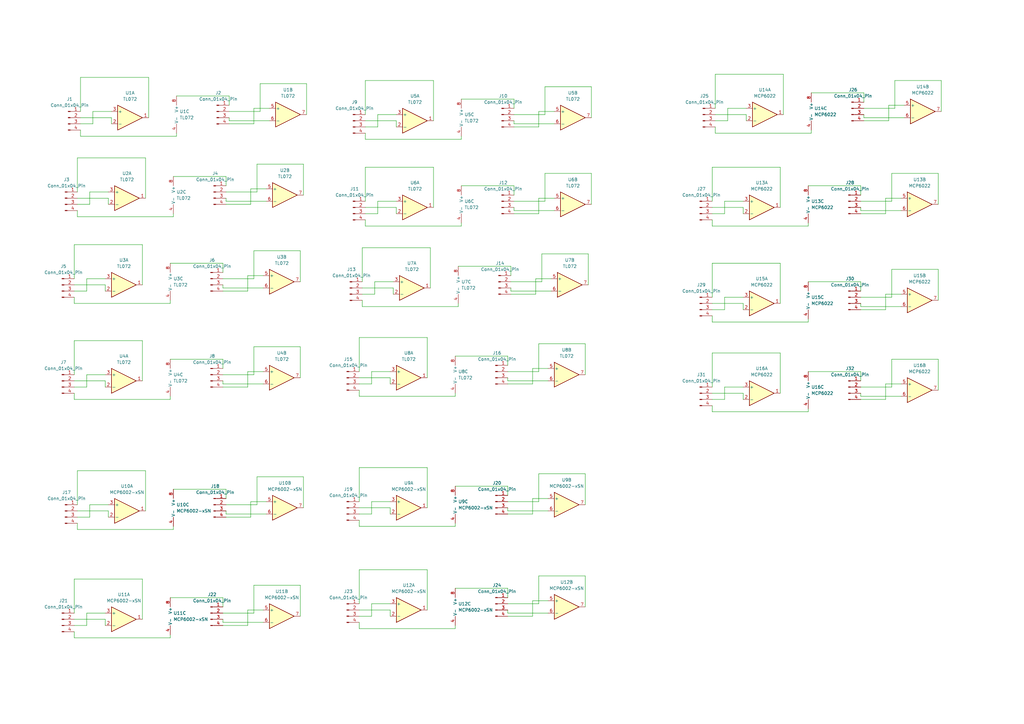
<source format=kicad_sch>
(kicad_sch (version 20231120) (generator "eeschema") (generator_version "8.0")
  (paper "A3")
  (wire (pts (xy 91.44 107.95) (xy 91.44 111.76)))
  (wire (pts (xy 160.02 250.19) (xy 147.32 250.19)))
  (wire (pts (xy 38.1 45.72) (xy 38.1 50.8)))
  (wire (pts (xy 102.87 205.74) (xy 102.87 212.09)))
  (wire (pts (xy 107.95 157.48) (xy 91.44 157.48)))
  (wire (pts (xy 30.48 139.7) (xy 30.48 153.67)))
  (wire (pts (xy 320.04 68.58) (xy 292.1 68.58)))
  (wire (pts (xy 69.85 245.11) (xy 91.44 245.11)))
  (wire (pts (xy 123.19 142.24) (xy 104.14 142.24)))
  (wire (pts (xy 148.59 101.6) (xy 148.59 115.57)))
  (wire (pts (xy 175.26 208.28) (xy 175.26 191.77)))
  (wire (pts (xy 162.56 82.55) (xy 154.94 82.55)))
  (wire (pts (xy 154.94 87.63) (xy 149.86 87.63)))
  (wire (pts (xy 208.28 156.21) (xy 208.28 154.94)))
  (wire (pts (xy 320.04 144.78) (xy 292.1 144.78)))
  (wire (pts (xy 60.96 48.26) (xy 60.96 31.75)))
  (wire (pts (xy 152.4 205.74) (xy 152.4 210.82)))
  (wire (pts (xy 102.87 83.82) (xy 92.71 83.82)))
  (wire (pts (xy 35.56 153.67) (xy 35.56 158.75)))
  (wire (pts (xy 297.18 87.63) (xy 292.1 87.63)))
  (wire (pts (xy 304.8 121.92) (xy 297.18 121.92)))
  (wire (pts (xy 363.22 163.83) (xy 353.06 163.83)))
  (wire (pts (xy 224.79 151.13) (xy 218.44 151.13)))
  (wire (pts (xy 186.69 215.9) (xy 186.69 214.63)))
  (wire (pts (xy 72.39 55.88) (xy 72.39 54.61)))
  (wire (pts (xy 304.8 127) (xy 304.8 124.46)))
  (wire (pts (xy 320.04 124.46) (xy 320.04 107.95)))
  (wire (pts (xy 320.04 85.09) (xy 320.04 68.58)))
  (wire (pts (xy 240.03 140.97) (xy 220.98 140.97)))
  (wire (pts (xy 59.69 81.28) (xy 59.69 64.77)))
  (wire (pts (xy 175.26 250.19) (xy 175.26 233.68)))
  (wire (pts (xy 331.47 168.91) (xy 292.1 168.91)))
  (wire (pts (xy 186.69 162.56) (xy 147.32 162.56)))
  (wire (pts (xy 161.29 118.11) (xy 148.59 118.11)))
  (wire (pts (xy 59.69 209.55) (xy 59.69 193.04)))
  (wire (pts (xy 189.23 92.71) (xy 149.86 92.71)))
  (wire (pts (xy 227.33 50.8) (xy 210.82 50.8)))
  (wire (pts (xy 69.85 124.46) (xy 69.85 123.19)))
  (wire (pts (xy 304.8 158.75) (xy 297.18 158.75)))
  (wire (pts (xy 30.48 161.29) (xy 30.48 163.83)))
  (wire (pts (xy 162.56 52.07) (xy 162.56 49.53)))
  (wire (pts (xy 149.86 90.17) (xy 149.86 92.71)))
  (wire (pts (xy 69.85 261.62) (xy 30.48 261.62)))
  (wire (pts (xy 208.28 241.3) (xy 208.28 245.11)))
  (wire (pts (xy 220.98 247.65) (xy 208.28 247.65)))
  (wire (pts (xy 69.85 107.95) (xy 91.44 107.95)))
  (wire (pts (xy 92.71 210.82) (xy 92.71 209.55)))
  (wire (pts (xy 93.98 49.53) (xy 93.98 48.26)))
  (wire (pts (xy 384.81 83.82) (xy 384.81 71.12)))
  (wire (pts (xy 160.02 157.48) (xy 160.02 154.94)))
  (wire (pts (xy 104.14 114.3) (xy 91.44 114.3)))
  (wire (pts (xy 297.18 127) (xy 292.1 127)))
  (wire (pts (xy 92.71 200.66) (xy 92.71 204.47)))
  (wire (pts (xy 44.45 83.82) (xy 44.45 81.28)))
  (wire (pts (xy 123.19 154.94) (xy 123.19 142.24)))
  (wire (pts (xy 240.03 194.31) (xy 220.98 194.31)))
  (wire (pts (xy 43.18 254) (xy 30.48 254)))
  (wire (pts (xy 353.06 86.36) (xy 353.06 85.09)))
  (wire (pts (xy 147.32 213.36) (xy 147.32 215.9)))
  (wire (pts (xy 354.33 38.1) (xy 354.33 41.91)))
  (wire (pts (xy 304.8 87.63) (xy 304.8 85.09)))
  (wire (pts (xy 189.23 76.2) (xy 210.82 76.2)))
  (wire (pts (xy 125.73 34.29) (xy 106.68 34.29)))
  (wire (pts (xy 306.07 44.45) (xy 298.45 44.45)))
  (wire (pts (xy 104.14 50.8) (xy 93.98 50.8)))
  (wire (pts (xy 69.85 163.83) (xy 69.85 162.56)))
  (wire (pts (xy 187.96 125.73) (xy 148.59 125.73)))
  (wire (pts (xy 304.8 82.55) (xy 297.18 82.55)))
  (wire (pts (xy 208.28 146.05) (xy 208.28 149.86)))
  (wire (pts (xy 124.46 67.31) (xy 105.41 67.31)))
  (wire (pts (xy 162.56 87.63) (xy 162.56 85.09)))
  (wire (pts (xy 367.03 33.02) (xy 367.03 44.45)))
  (wire (pts (xy 320.04 161.29) (xy 320.04 144.78)))
  (wire (pts (xy 160.02 205.74) (xy 152.4 205.74)))
  (wire (pts (xy 365.76 147.32) (xy 365.76 158.75)))
  (wire (pts (xy 109.22 210.82) (xy 92.71 210.82)))
  (wire (pts (xy 353.06 125.73) (xy 353.06 124.46)))
  (wire (pts (xy 220.98 205.74) (xy 208.28 205.74)))
  (wire (pts (xy 147.32 233.68) (xy 147.32 247.65)))
  (wire (pts (xy 363.22 120.65) (xy 363.22 127)))
  (wire (pts (xy 91.44 157.48) (xy 91.44 156.21)))
  (wire (pts (xy 71.12 88.9) (xy 31.75 88.9)))
  (wire (pts (xy 365.76 121.92) (xy 353.06 121.92)))
  (wire (pts (xy 105.41 195.58) (xy 105.41 207.01)))
  (wire (pts (xy 58.42 156.21) (xy 58.42 139.7)))
  (wire (pts (xy 36.83 212.09) (xy 31.75 212.09)))
  (wire (pts (xy 331.47 168.91) (xy 331.47 167.64)))
  (wire (pts (xy 304.8 163.83) (xy 304.8 161.29)))
  (wire (pts (xy 186.69 257.81) (xy 186.69 256.54)))
  (wire (pts (xy 31.75 193.04) (xy 31.75 207.01)))
  (wire (pts (xy 105.41 67.31) (xy 105.41 78.74)))
  (wire (pts (xy 105.41 207.01) (xy 92.71 207.01)))
  (wire (pts (xy 162.56 85.09) (xy 149.86 85.09)))
  (wire (pts (xy 331.47 92.71) (xy 331.47 91.44)))
  (wire (pts (xy 105.41 78.74) (xy 92.71 78.74)))
  (wire (pts (xy 293.37 52.07) (xy 293.37 54.61)))
  (wire (pts (xy 220.98 45.72) (xy 220.98 52.07)))
  (wire (pts (xy 189.23 57.15) (xy 189.23 55.88)))
  (wire (pts (xy 154.94 52.07) (xy 149.86 52.07)))
  (wire (pts (xy 44.45 209.55) (xy 31.75 209.55)))
  (wire (pts (xy 331.47 115.57) (xy 353.06 115.57)))
  (wire (pts (xy 72.39 39.37) (xy 93.98 39.37)))
  (wire (pts (xy 43.18 158.75) (xy 43.18 156.21)))
  (wire (pts (xy 123.19 115.57) (xy 123.19 102.87)))
  (wire (pts (xy 219.71 114.3) (xy 219.71 120.65)))
  (wire (pts (xy 30.48 237.49) (xy 30.48 251.46)))
  (wire (pts (xy 44.45 207.01) (xy 36.83 207.01)))
  (wire (pts (xy 384.81 71.12) (xy 365.76 71.12)))
  (wire (pts (xy 69.85 147.32) (xy 91.44 147.32)))
  (wire (pts (xy 189.23 92.71) (xy 189.23 91.44)))
  (wire (pts (xy 175.26 191.77) (xy 147.32 191.77)))
  (wire (pts (xy 110.49 44.45) (xy 104.14 44.45)))
  (wire (pts (xy 369.57 120.65) (xy 363.22 120.65)))
  (wire (pts (xy 189.23 57.15) (xy 149.86 57.15)))
  (wire (pts (xy 242.57 71.12) (xy 223.52 71.12)))
  (wire (pts (xy 321.31 30.48) (xy 293.37 30.48)))
  (wire (pts (xy 331.47 92.71) (xy 292.1 92.71)))
  (wire (pts (xy 293.37 30.48) (xy 293.37 44.45)))
  (wire (pts (xy 363.22 127) (xy 353.06 127)))
  (wire (pts (xy 36.83 78.74) (xy 36.83 83.82)))
  (wire (pts (xy 160.02 247.65) (xy 152.4 247.65)))
  (wire (pts (xy 147.32 160.02) (xy 147.32 162.56)))
  (wire (pts (xy 101.6 119.38) (xy 91.44 119.38)))
  (wire (pts (xy 69.85 124.46) (xy 30.48 124.46)))
  (wire (pts (xy 125.73 46.99) (xy 125.73 34.29)))
  (wire (pts (xy 104.14 142.24) (xy 104.14 153.67)))
  (wire (pts (xy 297.18 163.83) (xy 292.1 163.83)))
  (wire (pts (xy 220.98 81.28) (xy 220.98 87.63)))
  (wire (pts (xy 147.32 138.43) (xy 147.32 152.4)))
  (wire (pts (xy 304.8 85.09) (xy 292.1 85.09)))
  (wire (pts (xy 109.22 205.74) (xy 102.87 205.74)))
  (wire (pts (xy 161.29 115.57) (xy 153.67 115.57)))
  (wire (pts (xy 59.69 64.77) (xy 31.75 64.77)))
  (wire (pts (xy 104.14 153.67) (xy 91.44 153.67)))
  (wire (pts (xy 152.4 252.73) (xy 147.32 252.73)))
  (wire (pts (xy 160.02 210.82) (xy 160.02 208.28)))
  (wire (pts (xy 297.18 82.55) (xy 297.18 87.63)))
  (wire (pts (xy 210.82 40.64) (xy 210.82 44.45)))
  (wire (pts (xy 187.96 125.73) (xy 187.96 124.46)))
  (wire (pts (xy 110.49 49.53) (xy 93.98 49.53)))
  (wire (pts (xy 292.1 129.54) (xy 292.1 132.08)))
  (wire (pts (xy 69.85 163.83) (xy 30.48 163.83)))
  (wire (pts (xy 43.18 256.54) (xy 43.18 254)))
  (wire (pts (xy 332.74 54.61) (xy 293.37 54.61)))
  (wire (pts (xy 123.19 240.03) (xy 104.14 240.03)))
  (wire (pts (xy 33.02 53.34) (xy 33.02 55.88)))
  (wire (pts (xy 92.71 82.55) (xy 92.71 81.28)))
  (wire (pts (xy 71.12 217.17) (xy 71.12 215.9)))
  (wire (pts (xy 384.81 147.32) (xy 365.76 147.32)))
  (wire (pts (xy 365.76 158.75) (xy 353.06 158.75)))
  (wire (pts (xy 30.48 259.08) (xy 30.48 261.62)))
  (wire (pts (xy 218.44 252.73) (xy 208.28 252.73)))
  (wire (pts (xy 240.03 236.22) (xy 220.98 236.22)))
  (wire (pts (xy 292.1 90.17) (xy 292.1 92.71)))
  (wire (pts (xy 91.44 147.32) (xy 91.44 151.13)))
  (wire (pts (xy 223.52 46.99) (xy 210.82 46.99)))
  (wire (pts (xy 363.22 81.28) (xy 363.22 87.63)))
  (wire (pts (xy 44.45 212.09) (xy 44.45 209.55)))
  (wire (pts (xy 224.79 251.46) (xy 208.28 251.46)))
  (wire (pts (xy 149.86 68.58) (xy 149.86 82.55)))
  (wire (pts (xy 364.49 49.53) (xy 354.33 49.53)))
  (wire (pts (xy 223.52 35.56) (xy 223.52 46.99)))
  (wire (pts (xy 152.4 247.65) (xy 152.4 252.73)))
  (wire (pts (xy 152.4 210.82) (xy 147.32 210.82)))
  (wire (pts (xy 384.81 110.49) (xy 365.76 110.49)))
  (wire (pts (xy 43.18 116.84) (xy 30.48 116.84)))
  (wire (pts (xy 369.57 157.48) (xy 363.22 157.48)))
  (wire (pts (xy 365.76 71.12) (xy 365.76 82.55)))
  (wire (pts (xy 153.67 120.65) (xy 148.59 120.65)))
  (wire (pts (xy 160.02 154.94) (xy 147.32 154.94)))
  (wire (pts (xy 240.03 207.01) (xy 240.03 194.31)))
  (wire (pts (xy 210.82 76.2) (xy 210.82 80.01)))
  (wire (pts (xy 369.57 162.56) (xy 353.06 162.56)))
  (wire (pts (xy 227.33 81.28) (xy 220.98 81.28)))
  (wire (pts (xy 107.95 255.27) (xy 91.44 255.27)))
  (wire (pts (xy 123.19 252.73) (xy 123.19 240.03)))
  (wire (pts (xy 35.56 256.54) (xy 30.48 256.54)))
  (wire (pts (xy 386.08 45.72) (xy 386.08 33.02)))
  (wire (pts (xy 102.87 212.09) (xy 92.71 212.09)))
  (wire (pts (xy 30.48 100.33) (xy 30.48 114.3)))
  (wire (pts (xy 240.03 153.67) (xy 240.03 140.97)))
  (wire (pts (xy 35.56 251.46) (xy 35.56 256.54)))
  (wire (pts (xy 93.98 39.37) (xy 93.98 43.18)))
  (wire (pts (xy 224.79 209.55) (xy 208.28 209.55)))
  (wire (pts (xy 162.56 49.53) (xy 149.86 49.53)))
  (wire (pts (xy 31.75 64.77) (xy 31.75 78.74)))
  (wire (pts (xy 91.44 118.11) (xy 91.44 116.84)))
  (wire (pts (xy 33.02 31.75) (xy 33.02 45.72)))
  (wire (pts (xy 91.44 255.27) (xy 91.44 254)))
  (wire (pts (xy 332.74 54.61) (xy 332.74 53.34)))
  (wire (pts (xy 58.42 139.7) (xy 30.48 139.7)))
  (wire (pts (xy 109.22 77.47) (xy 102.87 77.47)))
  (wire (pts (xy 223.52 82.55) (xy 210.82 82.55)))
  (wire (pts (xy 369.57 125.73) (xy 353.06 125.73)))
  (wire (pts (xy 162.56 46.99) (xy 154.94 46.99)))
  (wire (pts (xy 224.79 246.38) (xy 218.44 246.38)))
  (wire (pts (xy 226.06 119.38) (xy 209.55 119.38)))
  (wire (pts (xy 153.67 115.57) (xy 153.67 120.65)))
  (wire (pts (xy 222.25 104.14) (xy 222.25 115.57)))
  (wire (pts (xy 297.18 158.75) (xy 297.18 163.83)))
  (wire (pts (xy 160.02 208.28) (xy 147.32 208.28)))
  (wire (pts (xy 177.8 33.02) (xy 149.86 33.02)))
  (wire (pts (xy 43.18 153.67) (xy 35.56 153.67)))
  (wire (pts (xy 298.45 49.53) (xy 293.37 49.53)))
  (wire (pts (xy 104.14 251.46) (xy 91.44 251.46)))
  (wire (pts (xy 364.49 43.18) (xy 364.49 49.53)))
  (wire (pts (xy 208.28 209.55) (xy 208.28 208.28)))
  (wire (pts (xy 331.47 152.4) (xy 353.06 152.4)))
  (wire (pts (xy 31.75 214.63) (xy 31.75 217.17)))
  (wire (pts (xy 208.28 199.39) (xy 208.28 203.2)))
  (wire (pts (xy 222.25 115.57) (xy 209.55 115.57)))
  (wire (pts (xy 218.44 246.38) (xy 218.44 252.73)))
  (wire (pts (xy 297.18 121.92) (xy 297.18 127)))
  (wire (pts (xy 101.6 152.4) (xy 101.6 158.75)))
  (wire (pts (xy 331.47 76.2) (xy 353.06 76.2)))
  (wire (pts (xy 101.6 256.54) (xy 91.44 256.54)))
  (wire (pts (xy 149.86 54.61) (xy 149.86 57.15)))
  (wire (pts (xy 218.44 157.48) (xy 208.28 157.48)))
  (wire (pts (xy 152.4 157.48) (xy 147.32 157.48)))
  (wire (pts (xy 370.84 43.18) (xy 364.49 43.18)))
  (wire (pts (xy 209.55 109.22) (xy 209.55 113.03)))
  (wire (pts (xy 384.81 160.02) (xy 384.81 147.32)))
  (wire (pts (xy 104.14 240.03) (xy 104.14 251.46)))
  (wire (pts (xy 43.18 251.46) (xy 35.56 251.46)))
  (wire (pts (xy 386.08 33.02) (xy 367.03 33.02)))
  (wire (pts (xy 58.42 100.33) (xy 30.48 100.33)))
  (wire (pts (xy 147.32 255.27) (xy 147.32 257.81)))
  (wire (pts (xy 332.74 38.1) (xy 354.33 38.1)))
  (wire (pts (xy 353.06 162.56) (xy 353.06 161.29)))
  (wire (pts (xy 149.86 33.02) (xy 149.86 46.99)))
  (wire (pts (xy 44.45 78.74) (xy 36.83 78.74)))
  (wire (pts (xy 154.94 46.99) (xy 154.94 52.07)))
  (wire (pts (xy 45.72 48.26) (xy 33.02 48.26)))
  (wire (pts (xy 353.06 152.4) (xy 353.06 156.21)))
  (wire (pts (xy 241.3 116.84) (xy 241.3 104.14)))
  (wire (pts (xy 124.46 195.58) (xy 105.41 195.58)))
  (wire (pts (xy 154.94 82.55) (xy 154.94 87.63)))
  (wire (pts (xy 101.6 113.03) (xy 101.6 119.38)))
  (wire (pts (xy 124.46 208.28) (xy 124.46 195.58)))
  (wire (pts (xy 220.98 140.97) (xy 220.98 152.4)))
  (wire (pts (xy 124.46 80.01) (xy 124.46 67.31)))
  (wire (pts (xy 107.95 118.11) (xy 91.44 118.11)))
  (wire (pts (xy 186.69 241.3) (xy 208.28 241.3)))
  (wire (pts (xy 306.07 49.53) (xy 306.07 46.99)))
  (wire (pts (xy 242.57 35.56) (xy 223.52 35.56)))
  (wire (pts (xy 101.6 158.75) (xy 91.44 158.75)))
  (wire (pts (xy 175.26 233.68) (xy 147.32 233.68)))
  (wire (pts (xy 242.57 83.82) (xy 242.57 71.12)))
  (wire (pts (xy 210.82 50.8) (xy 210.82 49.53)))
  (wire (pts (xy 106.68 34.29) (xy 106.68 45.72)))
  (wire (pts (xy 304.8 124.46) (xy 292.1 124.46)))
  (wire (pts (xy 92.71 72.39) (xy 92.71 76.2)))
  (wire (pts (xy 384.81 123.19) (xy 384.81 110.49)))
  (wire (pts (xy 210.82 86.36) (xy 210.82 85.09)))
  (wire (pts (xy 176.53 101.6) (xy 148.59 101.6)))
  (wire (pts (xy 43.18 119.38) (xy 43.18 116.84)))
  (wire (pts (xy 31.75 86.36) (xy 31.75 88.9)))
  (wire (pts (xy 242.57 48.26) (xy 242.57 35.56)))
  (wire (pts (xy 186.69 215.9) (xy 147.32 215.9)))
  (wire (pts (xy 363.22 157.48) (xy 363.22 163.83)))
  (wire (pts (xy 69.85 261.62) (xy 69.85 260.35)))
  (wire (pts (xy 104.14 102.87) (xy 104.14 114.3)))
  (wire (pts (xy 292.1 166.37) (xy 292.1 168.91)))
  (wire (pts (xy 292.1 144.78) (xy 292.1 158.75)))
  (wire (pts (xy 58.42 116.84) (xy 58.42 100.33)))
  (wire (pts (xy 177.8 49.53) (xy 177.8 33.02)))
  (wire (pts (xy 363.22 87.63) (xy 353.06 87.63)))
  (wire (pts (xy 186.69 146.05) (xy 208.28 146.05)))
  (wire (pts (xy 306.07 46.99) (xy 293.37 46.99)))
  (wire (pts (xy 35.56 119.38) (xy 30.48 119.38)))
  (wire (pts (xy 44.45 81.28) (xy 31.75 81.28)))
  (wire (pts (xy 240.03 248.92) (xy 240.03 236.22)))
  (wire (pts (xy 219.71 120.65) (xy 209.55 120.65)))
  (wire (pts (xy 148.59 123.19) (xy 148.59 125.73)))
  (wire (pts (xy 43.18 114.3) (xy 35.56 114.3)))
  (wire (pts (xy 101.6 250.19) (xy 101.6 256.54)))
  (wire (pts (xy 107.95 152.4) (xy 101.6 152.4)))
  (wire (pts (xy 331.47 132.08) (xy 331.47 130.81)))
  (wire (pts (xy 370.84 48.26) (xy 354.33 48.26)))
  (wire (pts (xy 241.3 104.14) (xy 222.25 104.14)))
  (wire (pts (xy 189.23 40.64) (xy 210.82 40.64)))
  (wire (pts (xy 227.33 45.72) (xy 220.98 45.72)))
  (wire (pts (xy 186.69 199.39) (xy 208.28 199.39)))
  (wire (pts (xy 175.26 154.94) (xy 175.26 138.43)))
  (wire (pts (xy 36.83 83.82) (xy 31.75 83.82)))
  (wire (pts (xy 107.95 113.03) (xy 101.6 113.03)))
  (wire (pts (xy 109.22 82.55) (xy 92.71 82.55)))
  (wire (pts (xy 227.33 86.36) (xy 210.82 86.36)))
  (wire (pts (xy 218.44 204.47) (xy 218.44 210.82)))
  (wire (pts (xy 59.69 193.04) (xy 31.75 193.04)))
  (wire (pts (xy 367.03 44.45) (xy 354.33 44.45)))
  (wire (pts (xy 353.06 76.2) (xy 353.06 80.01)))
  (wire (pts (xy 223.52 71.12) (xy 223.52 82.55)))
  (wire (pts (xy 160.02 152.4) (xy 152.4 152.4)))
  (wire (pts (xy 71.12 72.39) (xy 92.71 72.39)))
  (wire (pts (xy 369.57 81.28) (xy 363.22 81.28)))
  (wire (pts (xy 331.47 132.08) (xy 292.1 132.08)))
  (wire (pts (xy 102.87 77.47) (xy 102.87 83.82)))
  (wire (pts (xy 220.98 152.4) (xy 208.28 152.4)))
  (wire (pts (xy 43.18 156.21) (xy 30.48 156.21)))
  (wire (pts (xy 354.33 48.26) (xy 354.33 46.99)))
  (wire (pts (xy 104.14 44.45) (xy 104.14 50.8)))
  (wire (pts (xy 35.56 158.75) (xy 30.48 158.75)))
  (wire (pts (xy 218.44 151.13) (xy 218.44 157.48)))
  (wire (pts (xy 72.39 55.88) (xy 33.02 55.88)))
  (wire (pts (xy 186.69 257.81) (xy 147.32 257.81)))
  (wire (pts (xy 161.29 120.65) (xy 161.29 118.11)))
  (wire (pts (xy 123.19 102.87) (xy 104.14 102.87)))
  (wire (pts (xy 107.95 250.19) (xy 101.6 250.19)))
  (wire (pts (xy 177.8 68.58) (xy 149.86 68.58)))
  (wire (pts (xy 226.06 114.3) (xy 219.71 114.3)))
  (wire (pts (xy 187.96 109.22) (xy 209.55 109.22)))
  (wire (pts (xy 369.57 86.36) (xy 353.06 86.36)))
  (wire (pts (xy 58.42 237.49) (xy 30.48 237.49)))
  (wire (pts (xy 152.4 152.4) (xy 152.4 157.48)))
  (wire (pts (xy 91.44 245.11) (xy 91.44 248.92)))
  (wire (pts (xy 224.79 204.47) (xy 218.44 204.47)))
  (wire (pts (xy 224.79 156.21) (xy 208.28 156.21)))
  (wire (pts (xy 71.12 217.17) (xy 31.75 217.17)))
  (wire (pts (xy 160.02 252.73) (xy 160.02 250.19)))
  (wire (pts (xy 186.69 162.56) (xy 186.69 161.29)))
  (wire (pts (xy 36.83 207.01) (xy 36.83 212.09)))
  (wire (pts (xy 365.76 82.55) (xy 353.06 82.55)))
  (wire (pts (xy 209.55 119.38) (xy 209.55 118.11)))
  (wire (pts (xy 147.32 191.77) (xy 147.32 205.74)))
  (wire (pts (xy 58.42 254) (xy 58.42 237.49)))
  (wire (pts (xy 45.72 45.72) (xy 38.1 45.72)))
  (wire (pts (xy 304.8 161.29) (xy 292.1 161.29)))
  (wire (pts (xy 71.12 88.9) (xy 71.12 87.63)))
  (wire (pts (xy 71.12 200.66) (xy 92.71 200.66)))
  (wire (pts (xy 320.04 107.95) (xy 292.1 107.95)))
  (wire (pts (xy 176.53 118.11) (xy 176.53 101.6)))
  (wire (pts (xy 353.06 115.57) (xy 353.06 119.38)))
  (wire (pts (xy 298.45 44.45) (xy 298.45 49.53)))
  (wire (pts (xy 30.48 121.92) (xy 30.48 124.46)))
  (wire (pts (xy 365.76 110.49) (xy 365.76 121.92)))
  (wire (pts (xy 177.8 85.09) (xy 177.8 68.58)))
  (wire (pts (xy 220.98 194.31) (xy 220.98 205.74)))
  (wire (pts (xy 220.98 87.63) (xy 210.82 87.63)))
  (wire (pts (xy 220.98 236.22) (xy 220.98 247.65)))
  (wire (pts (xy 218.44 210.82) (xy 208.28 210.82)))
  (wire (pts (xy 175.26 138.43) (xy 147.32 138.43)))
  (wire (pts (xy 45.72 50.8) (xy 45.72 48.26)))
  (wire (pts (xy 106.68 45.72) (xy 93.98 45.72)))
  (wire (pts (xy 60.96 31.75) (xy 33.02 31.75)))
  (wire (pts (xy 292.1 68.58) (xy 292.1 82.55)))
  (wire (pts (xy 35.56 114.3) (xy 35.56 119.38)))
  (wire (pts (xy 220.98 52.07) (xy 210.82 52.07)))
  (wire (pts (xy 321.31 46.99) (xy 321.31 30.48)))
  (wire (pts (xy 292.1 107.95) (xy 292.1 121.92)))
  (wire (pts (xy 38.1 50.8) (xy 33.02 50.8)))
  (wire (pts (xy 208.28 251.46) (xy 208.28 250.19)))
  (symbol (lib_id "Amplifier_Operational:TL072") (at 191.77 48.26 0) (unit 3)
    (property "Reference" "U5" (at 190.5 46.9899 0) (effects (justify left)))
    (property "Value" "TL072" (at 190.5 49.5299 0) (effects (justify left)))
    (property "Footprint" "Package_SO:SOIC-8-1EP_3.9x4.9mm_P1.27mm_EP2.29x3mm" (effects (hide yes)))
    (property "Datasheet" "http://www.ti.com/lit/ds/symlink/tl071.pdf" (effects (hide yes)))
    (property "Description" "Dual Low-Noise JFET-Input Operational Amplifiers, DIP-8/SOIC-8" (effects (hide yes)))
  )
  (symbol (lib_id "Amplifier_Operational:TL072") (at 233.68 116.84 0) (unit 2)
    (property "Reference" "U7" (at 233.68 106.68 0))
    (property "Value" "TL072" (at 233.68 109.22 0))
    (property "Footprint" "Package_SO:SOIC-8-1EP_3.9x4.9mm_P1.27mm_EP2.29x3mm" (effects (hide yes)))
    (property "Datasheet" "http://www.ti.com/lit/ds/symlink/tl071.pdf" (effects (hide yes)))
    (property "Description" "Dual Low-Noise JFET-Input Operational Amplifiers, DIP-8/SOIC-8" (effects (hide yes)))
  )
  (symbol (lib_id "Connector:Conn_01x04_Pin") (at 87.63 207.01 0) (unit 1)
    (property "Reference" "J18" (at 88.265 199.39 0))
    (property "Value" "Conn_01x04_Pin" (at 88.265 201.93 0))
    (property "Footprint" "Connector_PinHeader_2.54mm:PinHeader_1x04_P2.54mm_Vertical" (effects (hide yes)))
    (property "Description" "Generic connector, single row, 01x04, script generated" (effects (hide yes)))
  )
  (symbol (lib_id "Amplifier_Operational:MCP6022") (at 334.01 83.82 0) (unit 3)
    (property "Reference" "U13" (at 332.74 82.5499 0) (effects (justify left)))
    (property "Value" "MCP6022" (at 332.74 85.0899 0) (effects (justify left)))
    (property "Footprint" "Package_SO:SOIC-8-1EP_3.9x4.9mm_P1.27mm_EP2.29x3mm" (effects (hide yes)))
    (property "Datasheet" "http://ww1.microchip.com/downloads/en/devicedoc/20001685e.pdf" (effects (hide yes)))
    (property "Description" "Dual Operational Amplifiers, Rail-to-Rail Input/Output, DIP-8/SOIC-8/TSSOP-8" (effects (hide yes)))
  )
  (symbol (lib_id "Connector:Conn_01x04_Pin") (at 287.02 85.09 0) (unit 1)
    (property "Reference" "J27" (at 287.655 77.47 0))
    (property "Value" "Conn_01x04_Pin" (at 287.655 80.01 0))
    (property "Footprint" "Connector_PinHeader_2.54mm:PinHeader_1x04_P2.54mm_Vertical" (effects (hide yes)))
    (property "Description" "Generic connector, single row, 01x04, script generated" (effects (hide yes)))
  )
  (symbol (lib_id "Amplifier_Operational:TL072") (at 191.77 83.82 0) (unit 3)
    (property "Reference" "U6" (at 190.5 82.5499 0) (effects (justify left)))
    (property "Value" "TL072" (at 190.5 85.0899 0) (effects (justify left)))
    (property "Footprint" "Package_SO:SOIC-8-1EP_3.9x4.9mm_P1.27mm_EP2.29x3mm" (effects (hide yes)))
    (property "Datasheet" "http://www.ti.com/lit/ds/symlink/tl071.pdf" (effects (hide yes)))
    (property "Description" "Dual Low-Noise JFET-Input Operational Amplifiers, DIP-8/SOIC-8" (effects (hide yes)))
  )
  (symbol (lib_id "Amplifier_Operational:TL072") (at 168.91 118.11 0) (unit 1)
    (property "Reference" "U7" (at 168.91 107.95 0))
    (property "Value" "TL072" (at 168.91 110.49 0))
    (property "Footprint" "Package_SO:SOIC-8-1EP_3.9x4.9mm_P1.27mm_EP2.29x3mm" (effects (hide yes)))
    (property "Datasheet" "http://www.ti.com/lit/ds/symlink/tl071.pdf" (effects (hide yes)))
    (property "Description" "Dual Low-Noise JFET-Input Operational Amplifiers, DIP-8/SOIC-8" (effects (hide yes)))
  )
  (symbol (lib_id "Amplifier_Operational:MCP6022") (at 312.42 124.46 0) (unit 1)
    (property "Reference" "U15" (at 312.42 114.3 0))
    (property "Value" "MCP6022" (at 312.42 116.84 0))
    (property "Footprint" "Package_SO:SOIC-8-1EP_3.9x4.9mm_P1.27mm_EP2.29x3mm" (effects (hide yes)))
    (property "Datasheet" "http://ww1.microchip.com/downloads/en/devicedoc/20001685e.pdf" (effects (hide yes)))
    (property "Description" "Dual Operational Amplifiers, Rail-to-Rail Input/Output, DIP-8/SOIC-8/TSSOP-8" (effects (hide yes)))
  )
  (symbol (lib_id "Connector:Conn_01x04_Pin") (at 144.78 85.09 0) (unit 1)
    (property "Reference" "J11" (at 145.415 77.47 0))
    (property "Value" "Conn_01x04_Pin" (at 145.415 80.01 0))
    (property "Footprint" "Connector_PinHeader_2.54mm:PinHeader_1x04_P2.54mm_Vertical" (effects (hide yes)))
    (property "Description" "Generic connector, single row, 01x04, script generated" (effects (hide yes)))
  )
  (symbol (lib_id "Amplifier_Operational:MCP6002-xSN") (at 72.39 252.73 0) (unit 3)
    (property "Reference" "U11" (at 71.12 251.4599 0) (effects (justify left)))
    (property "Value" "MCP6002-xSN" (at 71.12 253.9999 0) (effects (justify left)))
    (property "Footprint" "Package_SO:SOIC-8-1EP_3.9x4.9mm_P1.27mm_EP2.29x3mm" (effects (hide yes)))
    (property "Datasheet" "http://ww1.microchip.com/downloads/en/DeviceDoc/21733j.pdf" (effects (hide yes)))
    (property "Description" "1MHz, Low-Power Op Amp, SOIC-8" (effects (hide yes)))
  )
  (symbol (lib_id "Connector:Conn_01x04_Pin") (at 27.94 48.26 0) (unit 1)
    (property "Reference" "J1" (at 28.575 40.64 0))
    (property "Value" "Conn_01x04_Pin" (at 28.575 43.18 0))
    (property "Footprint" "Connector_PinHeader_2.54mm:PinHeader_1x04_P2.54mm_Vertical" (effects (hide yes)))
    (property "Description" "Generic connector, single row, 01x04, script generated" (effects (hide yes)))
  )
  (symbol (lib_id "Connector:Conn_01x04_Pin") (at 26.67 81.28 0) (unit 1)
    (property "Reference" "J3" (at 27.305 73.66 0))
    (property "Value" "Conn_01x04_Pin" (at 27.305 76.2 0))
    (property "Footprint" "Connector_PinHeader_2.54mm:PinHeader_1x04_P2.54mm_Vertical" (effects (hide yes)))
    (property "Description" "Generic connector, single row, 01x04, script generated" (effects (hide yes)))
  )
  (symbol (lib_id "Amplifier_Operational:MCP6002-xSN") (at 232.41 207.01 0) (unit 2)
    (property "Reference" "U9" (at 232.41 196.85 0))
    (property "Value" "MCP6002-xSN" (at 232.41 199.39 0))
    (property "Footprint" "Package_SO:SOIC-8-1EP_3.9x4.9mm_P1.27mm_EP2.29x3mm" (effects (hide yes)))
    (property "Datasheet" "http://ww1.microchip.com/downloads/en/DeviceDoc/21733j.pdf" (effects (hide yes)))
    (property "Description" "1MHz, Low-Power Op Amp, SOIC-8" (effects (hide yes)))
  )
  (symbol (lib_id "Amplifier_Operational:MCP6022") (at 377.19 160.02 0) (unit 2)
    (property "Reference" "U16" (at 377.19 149.86 0))
    (property "Value" "MCP6022" (at 377.19 152.4 0))
    (property "Footprint" "Package_SO:SOIC-8-1EP_3.9x4.9mm_P1.27mm_EP2.29x3mm" (effects (hide yes)))
    (property "Datasheet" "http://ww1.microchip.com/downloads/en/devicedoc/20001685e.pdf" (effects (hide yes)))
    (property "Description" "Dual Operational Amplifiers, Rail-to-Rail Input/Output, DIP-8/SOIC-8/TSSOP-8" (effects (hide yes)))
  )
  (symbol (lib_id "Amplifier_Operational:MCP6002-xSN") (at 167.64 250.19 0) (unit 1)
    (property "Reference" "U12" (at 167.64 240.03 0))
    (property "Value" "MCP6002-xSN" (at 167.64 242.57 0))
    (property "Footprint" "Package_SO:SOIC-8-1EP_3.9x4.9mm_P1.27mm_EP2.29x3mm" (effects (hide yes)))
    (property "Datasheet" "http://ww1.microchip.com/downloads/en/DeviceDoc/21733j.pdf" (effects (hide yes)))
    (property "Description" "1MHz, Low-Power Op Amp, SOIC-8" (effects (hide yes)))
  )
  (symbol (lib_id "Connector:Conn_01x04_Pin") (at 205.74 82.55 0) (unit 1)
    (property "Reference" "J12" (at 206.375 74.93 0))
    (property "Value" "Conn_01x04_Pin" (at 206.375 77.47 0))
    (property "Footprint" "Connector_PinHeader_2.54mm:PinHeader_1x04_P2.54mm_Vertical" (effects (hide yes)))
    (property "Description" "Generic connector, single row, 01x04, script generated" (effects (hide yes)))
  )
  (symbol (lib_id "Amplifier_Operational:TL072") (at 73.66 80.01 0) (unit 3)
    (property "Reference" "U2" (at 72.39 78.7399 0) (effects (justify left)))
    (property "Value" "TL072" (at 72.39 81.2799 0) (effects (justify left)))
    (property "Footprint" "Package_SO:SOIC-8-1EP_3.9x4.9mm_P1.27mm_EP2.29x3mm" (effects (hide yes)))
    (property "Datasheet" "http://www.ti.com/lit/ds/symlink/tl071.pdf" (effects (hide yes)))
    (property "Description" "Dual Low-Noise JFET-Input Operational Amplifiers, DIP-8/SOIC-8" (effects (hide yes)))
  )
  (symbol (lib_id "Connector:Conn_01x04_Pin") (at 25.4 116.84 0) (unit 1)
    (property "Reference" "J5" (at 26.035 109.22 0))
    (property "Value" "Conn_01x04_Pin" (at 26.035 111.76 0))
    (property "Footprint" "Connector_PinHeader_2.54mm:PinHeader_1x04_P2.54mm_Vertical" (effects (hide yes)))
    (property "Description" "Generic connector, single row, 01x04, script generated" (effects (hide yes)))
  )
  (symbol (lib_id "Amplifier_Operational:MCP6002-xSN") (at 52.07 209.55 0) (unit 1)
    (property "Reference" "U10" (at 52.07 199.39 0))
    (property "Value" "MCP6002-xSN" (at 52.07 201.93 0))
    (property "Footprint" "Package_SO:SOIC-8-1EP_3.9x4.9mm_P1.27mm_EP2.29x3mm" (effects (hide yes)))
    (property "Datasheet" "http://ww1.microchip.com/downloads/en/DeviceDoc/21733j.pdf" (effects (hide yes)))
    (property "Description" "1MHz, Low-Power Op Amp, SOIC-8" (effects (hide yes)))
  )
  (symbol (lib_id "Amplifier_Operational:TL072") (at 74.93 46.99 0) (unit 3)
    (property "Reference" "U1" (at 73.66 45.7199 0) (effects (justify left)))
    (property "Value" "TL072" (at 73.66 48.2599 0) (effects (justify left)))
    (property "Footprint" "Package_SO:SOIC-8-1EP_3.9x4.9mm_P1.27mm_EP2.29x3mm" (effects (hide yes)))
    (property "Datasheet" "http://www.ti.com/lit/ds/symlink/tl071.pdf" (effects (hide yes)))
    (property "Description" "Dual Low-Noise JFET-Input Operational Amplifiers, DIP-8/SOIC-8" (effects (hide yes)))
  )
  (symbol (lib_id "Amplifier_Operational:TL072") (at 234.95 83.82 0) (unit 2)
    (property "Reference" "U6" (at 234.95 73.66 0))
    (property "Value" "TL072" (at 234.95 76.2 0))
    (property "Footprint" "Package_SO:SOIC-8-1EP_3.9x4.9mm_P1.27mm_EP2.29x3mm" (effects (hide yes)))
    (property "Datasheet" "http://www.ti.com/lit/ds/symlink/tl071.pdf" (effects (hide yes)))
    (property "Description" "Dual Low-Noise JFET-Input Operational Amplifiers, DIP-8/SOIC-8" (effects (hide yes)))
  )
  (symbol (lib_id "Amplifier_Operational:MCP6002-xSN") (at 50.8 254 0) (unit 1)
    (property "Reference" "U11" (at 50.8 243.84 0))
    (property "Value" "MCP6002-xSN" (at 50.8 246.38 0))
    (property "Footprint" "Package_SO:SOIC-8-1EP_3.9x4.9mm_P1.27mm_EP2.29x3mm" (effects (hide yes)))
    (property "Datasheet" "http://ww1.microchip.com/downloads/en/DeviceDoc/21733j.pdf" (effects (hide yes)))
    (property "Description" "1MHz, Low-Power Op Amp, SOIC-8" (effects (hide yes)))
  )
  (symbol (lib_id "Amplifier_Operational:MCP6002-xSN") (at 116.84 208.28 0) (unit 2)
    (property "Reference" "U10" (at 116.84 198.12 0))
    (property "Value" "MCP6002-xSN" (at 116.84 200.66 0))
    (property "Footprint" "Package_SO:SOIC-8-1EP_3.9x4.9mm_P1.27mm_EP2.29x3mm" (effects (hide yes)))
    (property "Datasheet" "http://ww1.microchip.com/downloads/en/DeviceDoc/21733j.pdf" (effects (hide yes)))
    (property "Description" "1MHz, Low-Power Op Amp, SOIC-8" (effects (hide yes)))
  )
  (symbol (lib_id "Connector:Conn_01x04_Pin") (at 142.24 154.94 0) (unit 1)
    (property "Reference" "J15" (at 142.875 147.32 0))
    (property "Value" "Conn_01x04_Pin" (at 142.875 149.86 0))
    (property "Footprint" "Connector_PinHeader_2.54mm:PinHeader_1x04_P2.54mm_Vertical" (effects (hide yes)))
    (property "Description" "Generic connector, single row, 01x04, script generated" (effects (hide yes)))
  )
  (symbol (lib_id "Connector:Conn_01x04_Pin") (at 347.98 82.55 0) (unit 1)
    (property "Reference" "J28" (at 348.615 74.93 0))
    (property "Value" "Conn_01x04_Pin" (at 348.615 77.47 0))
    (property "Footprint" "Connector_PinHeader_2.54mm:PinHeader_1x04_P2.54mm_Vertical" (effects (hide yes)))
    (property "Description" "Generic connector, single row, 01x04, script generated" (effects (hide yes)))
  )
  (symbol (lib_id "Amplifier_Operational:TL072") (at 167.64 154.94 0) (unit 1)
    (property "Reference" "U8" (at 167.64 144.78 0))
    (property "Value" "TL072" (at 167.64 147.32 0))
    (property "Footprint" "Package_SO:SOIC-8-1EP_3.9x4.9mm_P1.27mm_EP2.29x3mm" (effects (hide yes)))
    (property "Datasheet" "http://www.ti.com/lit/ds/symlink/tl071.pdf" (effects (hide yes)))
    (property "Description" "Dual Low-Noise JFET-Input Operational Amplifiers, DIP-8/SOIC-8" (effects (hide yes)))
  )
  (symbol (lib_id "Connector:Conn_01x04_Pin") (at 203.2 152.4 0) (unit 1)
    (property "Reference" "J16" (at 203.835 144.78 0))
    (property "Value" "Conn_01x04_Pin" (at 203.835 147.32 0))
    (property "Footprint" "Connector_PinHeader_2.54mm:PinHeader_1x04_P2.54mm_Vertical" (effects (hide yes)))
    (property "Description" "Generic connector, single row, 01x04, script generated" (effects (hide yes)))
  )
  (symbol (lib_id "Connector:Conn_01x04_Pin") (at 288.29 46.99 0) (unit 1)
    (property "Reference" "J25" (at 288.925 39.37 0))
    (property "Value" "Conn_01x04_Pin" (at 288.925 41.91 0))
    (property "Footprint" "Connector_PinHeader_2.54mm:PinHeader_1x04_P2.54mm_Vertical" (effects (hide yes)))
    (property "Description" "Generic connector, single row, 01x04, script generated" (effects (hide yes)))
  )
  (symbol (lib_id "Amplifier_Operational:MCP6022") (at 377.19 123.19 0) (unit 2)
    (property "Reference" "U15" (at 377.19 113.03 0))
    (property "Value" "MCP6022" (at 377.19 115.57 0))
    (property "Footprint" "Package_SO:SOIC-8-1EP_3.9x4.9mm_P1.27mm_EP2.29x3mm" (effects (hide yes)))
    (property "Datasheet" "http://ww1.microchip.com/downloads/en/devicedoc/20001685e.pdf" (effects (hide yes)))
    (property "Description" "Dual Operational Amplifiers, Rail-to-Rail Input/Output, DIP-8/SOIC-8/TSSOP-8" (effects (hide yes)))
  )
  (symbol (lib_id "Amplifier_Operational:TL072") (at 50.8 156.21 0) (unit 1)
    (property "Reference" "U4" (at 50.8 146.05 0))
    (property "Value" "TL072" (at 50.8 148.59 0))
    (property "Footprint" "Package_SO:SOIC-8-1EP_3.9x4.9mm_P1.27mm_EP2.29x3mm" (effects (hide yes)))
    (property "Datasheet" "http://www.ti.com/lit/ds/symlink/tl071.pdf" (effects (hide yes)))
    (property "Description" "Dual Low-Noise JFET-Input Operational Amplifiers, DIP-8/SOIC-8" (effects (hide yes)))
  )
  (symbol (lib_id "Connector:Conn_01x04_Pin") (at 87.63 78.74 0) (unit 1)
    (property "Reference" "J4" (at 88.265 71.12 0))
    (property "Value" "Conn_01x04_Pin" (at 88.265 73.66 0))
    (property "Footprint" "Connector_PinHeader_2.54mm:PinHeader_1x04_P2.54mm_Vertical" (effects (hide yes)))
    (property "Description" "Generic connector, single row, 01x04, script generated" (effects (hide yes)))
  )
  (symbol (lib_id "Connector:Conn_01x04_Pin") (at 349.25 44.45 0) (unit 1)
    (property "Reference" "J26" (at 349.885 36.83 0))
    (property "Value" "Conn_01x04_Pin" (at 349.885 39.37 0))
    (property "Footprint" "Connector_PinHeader_2.54mm:PinHeader_1x04_P2.54mm_Vertical" (effects (hide yes)))
    (property "Description" "Generic connector, single row, 01x04, script generated" (effects (hide yes)))
  )
  (symbol (lib_id "Amplifier_Operational:MCP6022") (at 335.28 45.72 0) (unit 3)
    (property "Reference" "U14" (at 334.01 44.4499 0) (effects (justify left)))
    (property "Value" "MCP6022" (at 334.01 46.9899 0) (effects (justify left)))
    (property "Footprint" "Package_SO:SOIC-8-1EP_3.9x4.9mm_P1.27mm_EP2.29x3mm" (effects (hide yes)))
    (property "Datasheet" "http://ww1.microchip.com/downloads/en/devicedoc/20001685e.pdf" (effects (hide yes)))
    (property "Description" "Dual Operational Amplifiers, Rail-to-Rail Input/Output, DIP-8/SOIC-8/TSSOP-8" (effects (hide yes)))
  )
  (symbol (lib_id "Connector:Conn_01x04_Pin") (at 142.24 208.28 0) (unit 1)
    (property "Reference" "J19" (at 142.875 200.66 0))
    (property "Value" "Conn_01x04_Pin" (at 142.875 203.2 0))
    (property "Footprint" "Connector_PinHeader_2.54mm:PinHeader_1x04_P2.54mm_Vertical" (effects (hide yes)))
    (property "Description" "Generic connector, single row, 01x04, script generated" (effects (hide yes)))
  )
  (symbol (lib_id "Amplifier_Operational:TL072") (at 170.18 49.53 0) (unit 1)
    (property "Reference" "U5" (at 170.18 39.37 0))
    (property "Value" "TL072" (at 170.18 41.91 0))
    (property "Footprint" "Package_SO:SOIC-8-1EP_3.9x4.9mm_P1.27mm_EP2.29x3mm" (effects (hide yes)))
    (property "Datasheet" "http://www.ti.com/lit/ds/symlink/tl071.pdf" (effects (hide yes)))
    (property "Description" "Dual Low-Noise JFET-Input Operational Amplifiers, DIP-8/SOIC-8" (effects (hide yes)))
  )
  (symbol (lib_id "Amplifier_Operational:MCP6022") (at 312.42 161.29 0) (unit 1)
    (property "Reference" "U16" (at 312.42 151.13 0))
    (property "Value" "MCP6022" (at 312.42 153.67 0))
    (property "Footprint" "Package_SO:SOIC-8-1EP_3.9x4.9mm_P1.27mm_EP2.29x3mm" (effects (hide yes)))
    (property "Datasheet" "http://ww1.microchip.com/downloads/en/devicedoc/20001685e.pdf" (effects (hide yes)))
    (property "Description" "Dual Operational Amplifiers, Rail-to-Rail Input/Output, DIP-8/SOIC-8/TSSOP-8" (effects (hide yes)))
  )
  (symbol (lib_id "Amplifier_Operational:TL072") (at 190.5 116.84 0) (unit 3)
    (property "Reference" "U7" (at 189.23 115.5699 0) (effects (justify left)))
    (property "Value" "TL072" (at 189.23 118.1099 0) (effects (justify left)))
    (property "Footprint" "Package_SO:SOIC-8-1EP_3.9x4.9mm_P1.27mm_EP2.29x3mm" (effects (hide yes)))
    (property "Datasheet" "http://www.ti.com/lit/ds/symlink/tl071.pdf" (effects (hide yes)))
    (property "Description" "Dual Low-Noise JFET-Input Operational Amplifiers, DIP-8/SOIC-8" (effects (hide yes)))
  )
  (symbol (lib_id "Connector:Conn_01x04_Pin") (at 144.78 49.53 0) (unit 1)
    (property "Reference" "J9" (at 145.415 41.91 0))
    (property "Value" "Conn_01x04_Pin" (at 145.415 44.45 0))
    (property "Footprint" "Connector_PinHeader_2.54mm:PinHeader_1x04_P2.54mm_Vertical" (effects (hide yes)))
    (property "Description" "Generic connector, single row, 01x04, script generated" (effects (hide yes)))
  )
  (symbol (lib_id "Amplifier_Operational:TL072") (at 72.39 115.57 0) (unit 3)
    (property "Reference" "U3" (at 71.12 114.2999 0) (effects (justify left)))
    (property "Value" "TL072" (at 71.12 116.8399 0) (effects (justify left)))
    (property "Footprint" "Package_SO:SOIC-8-1EP_3.9x4.9mm_P1.27mm_EP2.29x3mm" (effects (hide yes)))
    (property "Datasheet" "http://www.ti.com/lit/ds/symlink/tl071.pdf" (effects (hide yes)))
    (property "Description" "Dual Low-Noise JFET-Input Operational Amplifiers, DIP-8/SOIC-8" (effects (hide yes)))
  )
  (symbol (lib_id "Connector:Conn_01x04_Pin") (at 347.98 121.92 0) (unit 1)
    (property "Reference" "J30" (at 348.615 114.3 0))
    (property "Value" "Conn_01x04_Pin" (at 348.615 116.84 0))
    (property "Footprint" "Connector_PinHeader_2.54mm:PinHeader_1x04_P2.54mm_Vertical" (effects (hide yes)))
    (property "Description" "Generic connector, single row, 01x04, script generated" (effects (hide yes)))
  )
  (symbol (lib_id "Amplifier_Operational:MCP6022") (at 378.46 45.72 0) (unit 2)
    (property "Reference" "U14" (at 378.46 35.56 0))
    (property "Value" "MCP6022" (at 378.46 38.1 0))
    (property "Footprint" "Package_SO:SOIC-8-1EP_3.9x4.9mm_P1.27mm_EP2.29x3mm" (effects (hide yes)))
    (property "Datasheet" "http://ww1.microchip.com/downloads/en/devicedoc/20001685e.pdf" (effects (hide yes)))
    (property "Description" "Dual Operational Amplifiers, Rail-to-Rail Input/Output, DIP-8/SOIC-8/TSSOP-8" (effects (hide yes)))
  )
  (symbol (lib_id "Amplifier_Operational:MCP6022") (at 334.01 160.02 0) (unit 3)
    (property "Reference" "U16" (at 332.74 158.7499 0) (effects (justify left)))
    (property "Value" "MCP6022" (at 332.74 161.2899 0) (effects (justify left)))
    (property "Footprint" "Package_SO:SOIC-8-1EP_3.9x4.9mm_P1.27mm_EP2.29x3mm" (effects (hide yes)))
    (property "Datasheet" "http://ww1.microchip.com/downloads/en/devicedoc/20001685e.pdf" (effects (hide yes)))
    (property "Description" "Dual Operational Amplifiers, Rail-to-Rail Input/Output, DIP-8/SOIC-8/TSSOP-8" (effects (hide yes)))
  )
  (symbol (lib_id "Amplifier_Operational:TL072") (at 232.41 153.67 0) (unit 2)
    (property "Reference" "U8" (at 232.41 143.51 0))
    (property "Value" "TL072" (at 232.41 146.05 0))
    (property "Footprint" "Package_SO:SOIC-8-1EP_3.9x4.9mm_P1.27mm_EP2.29x3mm" (effects (hide yes)))
    (property "Datasheet" "http://www.ti.com/lit/ds/symlink/tl071.pdf" (effects (hide yes)))
    (property "Description" "Dual Low-Noise JFET-Input Operational Amplifiers, DIP-8/SOIC-8" (effects (hide yes)))
  )
  (symbol (lib_id "Amplifier_Operational:MCP6002-xSN") (at 189.23 207.01 0) (unit 3)
    (property "Reference" "U9" (at 187.96 205.7399 0) (effects (justify left)))
    (property "Value" "MCP6002-xSN" (at 187.96 208.2799 0) (effects (justify left)))
    (property "Footprint" "Package_SO:SOIC-8-1EP_3.9x4.9mm_P1.27mm_EP2.29x3mm" (effects (hide yes)))
    (property "Datasheet" "http://ww1.microchip.com/downloads/en/DeviceDoc/21733j.pdf" (effects (hide yes)))
    (property "Description" "1MHz, Low-Power Op Amp, SOIC-8" (effects (hide yes)))
  )
  (symbol (lib_id "Amplifier_Operational:TL072") (at 170.18 85.09 0) (unit 1)
    (property "Reference" "U6" (at 170.18 74.93 0))
    (property "Value" "TL072" (at 170.18 77.47 0))
    (property "Footprint" "Package_SO:SOIC-8-1EP_3.9x4.9mm_P1.27mm_EP2.29x3mm" (effects (hide yes)))
    (property "Datasheet" "http://www.ti.com/lit/ds/symlink/tl071.pdf" (effects (hide yes)))
    (property "Description" "Dual Low-Noise JFET-Input Operational Amplifiers, DIP-8/SOIC-8" (effects (hide yes)))
  )
  (symbol (lib_id "Connector:Conn_01x04_Pin") (at 347.98 158.75 0) (unit 1)
    (property "Reference" "J32" (at 348.615 151.13 0))
    (property "Value" "Conn_01x04_Pin" (at 348.615 153.67 0))
    (property "Footprint" "Connector_PinHeader_2.54mm:PinHeader_1x04_P2.54mm_Vertical" (effects (hide yes)))
    (property "Description" "Generic connector, single row, 01x04, script generated" (effects (hide yes)))
  )
  (symbol (lib_id "Amplifier_Operational:TL072") (at 72.39 154.94 0) (unit 3)
    (property "Reference" "U4" (at 71.12 153.6699 0) (effects (justify left)))
    (property "Value" "TL072" (at 71.12 156.2099 0) (effects (justify left)))
    (property "Footprint" "Package_SO:SOIC-8-1EP_3.9x4.9mm_P1.27mm_EP2.29x3mm" (effects (hide yes)))
    (property "Datasheet" "http://www.ti.com/lit/ds/symlink/tl071.pdf" (effects (hide yes)))
    (property "Description" "Dual Low-Noise JFET-Input Operational Amplifiers, DIP-8/SOIC-8" (effects (hide yes)))
  )
  (symbol (lib_id "Amplifier_Operational:TL072") (at 116.84 80.01 0) (unit 2)
    (property "Reference" "U2" (at 116.84 69.85 0))
    (property "Value" "TL072" (at 116.84 72.39 0))
    (property "Footprint" "Package_SO:SOIC-8-1EP_3.9x4.9mm_P1.27mm_EP2.29x3mm" (effects (hide yes)))
    (property "Datasheet" "http://www.ti.com/lit/ds/symlink/tl071.pdf" (effects (hide yes)))
    (property "Description" "Dual Low-Noise JFET-Input Operational Amplifiers, DIP-8/SOIC-8" (effects (hide yes)))
  )
  (symbol (lib_id "Connector:Conn_01x04_Pin") (at 204.47 115.57 0) (unit 1)
    (property "Reference" "J14" (at 205.105 107.95 0))
    (property "Value" "Conn_01x04_Pin" (at 205.105 110.49 0))
    (property "Footprint" "Connector_PinHeader_2.54mm:PinHeader_1x04_P2.54mm_Vertical" (effects (hide yes)))
    (property "Description" "Generic connector, single row, 01x04, script generated" (effects (hide yes)))
  )
  (symbol (lib_id "Connector:Conn_01x04_Pin") (at 86.36 251.46 0) (unit 1)
    (property "Reference" "J22" (at 86.995 243.84 0))
    (property "Value" "Conn_01x04_Pin" (at 86.995 246.38 0))
    (property "Footprint" "Connector_PinHeader_2.54mm:PinHeader_1x04_P2.54mm_Vertical" (effects (hide yes)))
    (property "Description" "Generic connector, single row, 01x04, script generated" (effects (hide yes)))
  )
  (symbol (lib_id "Amplifier_Operational:MCP6022") (at 334.01 123.19 0) (unit 3)
    (property "Reference" "U15" (at 332.74 121.9199 0) (effects (justify left)))
    (property "Value" "MCP6022" (at 332.74 124.4599 0) (effects (justify left)))
    (property "Footprint" "Package_SO:SOIC-8-1EP_3.9x4.9mm_P1.27mm_EP2.29x3mm" (effects (hide yes)))
    (property "Datasheet" "http://ww1.microchip.com/downloads/en/devicedoc/20001685e.pdf" (effects (hide yes)))
    (property "Description" "Dual Operational Amplifiers, Rail-to-Rail Input/Output, DIP-8/SOIC-8/TSSOP-8" (effects (hide yes)))
  )
  (symbol (lib_id "Connector:Conn_01x04_Pin") (at 25.4 254 0) (unit 1)
    (property "Reference" "J21" (at 26.035 246.38 0))
    (property "Value" "Conn_01x04_Pin" (at 26.035 248.92 0))
    (property "Footprint" "Connector_PinHeader_2.54mm:PinHeader_1x04_P2.54mm_Vertical" (effects (hide yes)))
    (property "Description" "Generic connector, single row, 01x04, script generated" (effects (hide yes)))
  )
  (symbol (lib_id "Amplifier_Operational:MCP6022") (at 312.42 85.09 0) (unit 1)
    (property "Reference" "U13" (at 312.42 74.93 0))
    (property "Value" "MCP6022" (at 312.42 77.47 0))
    (property "Footprint" "Package_SO:SOIC-8-1EP_3.9x4.9mm_P1.27mm_EP2.29x3mm" (effects (hide yes)))
    (property "Datasheet" "http://ww1.microchip.com/downloads/en/devicedoc/20001685e.pdf" (effects (hide yes)))
    (property "Description" "Dual Operational Amplifiers, Rail-to-Rail Input/Output, DIP-8/SOIC-8/TSSOP-8" (effects (hide yes)))
  )
  (symbol (lib_id "Connector:Conn_01x04_Pin") (at 203.2 205.74 0) (unit 1)
    (property "Reference" "J20" (at 203.835 198.12 0))
    (property "Value" "Conn_01x04_Pin" (at 203.835 200.66 0))
    (property "Footprint" "Connector_PinHeader_2.54mm:PinHeader_1x04_P2.54mm_Vertical" (effects (hide yes)))
    (property "Description" "Generic connector, single row, 01x04, script generated" (effects (hide yes)))
  )
  (symbol (lib_id "Amplifier_Operational:MCP6002-xSN") (at 167.64 208.28 0) (unit 1)
    (property "Reference" "U9" (at 167.64 198.12 0))
    (property "Value" "MCP6002-xSN" (at 167.64 200.66 0))
    (property "Footprint" "Package_SO:SOIC-8-1EP_3.9x4.9mm_P1.27mm_EP2.29x3mm" (effects (hide yes)))
    (property "Datasheet" "http://ww1.microchip.com/downloads/en/DeviceDoc/21733j.pdf" (effects (hide yes)))
    (property "Description" "1MHz, Low-Power Op Amp, SOIC-8" (effects (hide yes)))
  )
  (symbol (lib_id "Amplifier_Operational:TL072") (at 53.34 48.26 0) (unit 1)
    (property "Reference" "U1" (at 53.34 38.1 0))
    (property "Value" "TL072" (at 53.34 40.64 0))
    (property "Footprint" "Package_SO:SOIC-8-1EP_3.9x4.9mm_P1.27mm_EP2.29x3mm" (effects (hide yes)))
    (property "Datasheet" "http://www.ti.com/lit/ds/symlink/tl071.pdf" (effects (hide yes)))
    (property "Description" "Dual Low-Noise JFET-Input Operational Amplifiers, DIP-8/SOIC-8" (effects (hide yes)))
  )
  (symbol (lib_id "Connector:Conn_01x04_Pin") (at 86.36 153.67 0) (unit 1)
    (property "Reference" "J8" (at 86.995 146.05 0))
    (property "Value" "Conn_01x04_Pin" (at 86.995 148.59 0))
    (property "Footprint" "Connector_PinHeader_2.54mm:PinHeader_1x04_P2.54mm_Vertical" (effects (hide yes)))
    (property "Description" "Generic connector, single row, 01x04, script generated" (effects (hide yes)))
  )
  (symbol (lib_id "Connector:Conn_01x04_Pin") (at 88.9 45.72 0) (unit 1)
    (property "Reference" "J2" (at 89.535 38.1 0))
    (property "Value" "Conn_01x04_Pin" (at 89.535 40.64 0))
    (property "Footprint" "Connector_PinHeader_2.54mm:PinHeader_1x04_P2.54mm_Vertical" (effects (hide yes)))
    (property "Description" "Generic connector, single row, 01x04, script generated" (effects (hide yes)))
  )
  (symbol (lib_id "Amplifier_Operational:TL072") (at 115.57 154.94 0) (unit 2)
    (property "Reference" "U4" (at 115.57 144.78 0))
    (property "Value" "TL072" (at 115.57 147.32 0))
    (property "Footprint" "Package_SO:SOIC-8-1EP_3.9x4.9mm_P1.27mm_EP2.29x3mm" (effects (hide yes)))
    (property "Datasheet" "http://www.ti.com/lit/ds/symlink/tl071.pdf" (effects (hide yes)))
    (property "Description" "Dual Low-Noise JFET-Input Operational Amplifiers, DIP-8/SOIC-8" (effects (hide yes)))
  )
  (symbol (lib_id "Connector:Conn_01x04_Pin") (at 26.67 209.55 0) (unit 1)
    (property "Reference" "J17" (at 27.305 201.93 0))
    (property "Value" "Conn_01x04_Pin" (at 27.305 204.47 0))
    (property "Footprint" "Connector_PinHeader_2.54mm:PinHeader_1x04_P2.54mm_Vertical" (effects (hide yes)))
    (property "Description" "Generic connector, single row, 01x04, script generated" (effects (hide yes)))
  )
  (symbol (lib_id "Amplifier_Operational:MCP6002-xSN") (at 232.41 248.92 0) (unit 2)
    (property "Reference" "U12" (at 232.41 238.76 0))
    (property "Value" "MCP6002-xSN" (at 232.41 241.3 0))
    (property "Footprint" "Package_SO:SOIC-8-1EP_3.9x4.9mm_P1.27mm_EP2.29x3mm" (effects (hide yes)))
    (property "Datasheet" "http://ww1.microchip.com/downloads/en/DeviceDoc/21733j.pdf" (effects (hide yes)))
    (property "Description" "1MHz, Low-Power Op Amp, SOIC-8" (effects (hide yes)))
  )
  (symbol (lib_id "Amplifier_Operational:TL072") (at 50.8 116.84 0) (unit 1)
    (property "Reference" "U3" (at 50.8 106.68 0))
    (property "Value" "TL072" (at 50.8 109.22 0))
    (property "Footprint" "Package_SO:SOIC-8-1EP_3.9x4.9mm_P1.27mm_EP2.29x3mm" (effects (hide yes)))
    (property "Datasheet" "http://www.ti.com/lit/ds/symlink/tl071.pdf" (effects (hide yes)))
    (property "Description" "Dual Low-Noise JFET-Input Operational Amplifiers, DIP-8/SOIC-8" (effects (hide yes)))
  )
  (symbol (lib_id "Amplifier_Operational:TL072") (at 52.07 81.28 0) (unit 1)
    (property "Reference" "U2" (at 52.07 71.12 0))
    (property "Value" "TL072" (at 52.07 73.66 0))
    (property "Footprint" "Package_SO:SOIC-8-1EP_3.9x4.9mm_P1.27mm_EP2.29x3mm" (effects (hide yes)))
    (property "Datasheet" "http://www.ti.com/lit/ds/symlink/tl071.pdf" (effects (hide yes)))
    (property "Description" "Dual Low-Noise JFET-Input Operational Amplifiers, DIP-8/SOIC-8" (effects (hide yes)))
  )
  (symbol (lib_id "Amplifier_Operational:MCP6022") (at 377.19 83.82 0) (unit 2)
    (property "Reference" "U13" (at 377.19 73.66 0))
    (property "Value" "MCP6022" (at 377.19 76.2 0))
    (property "Footprint" "Package_SO:SOIC-8-1EP_3.9x4.9mm_P1.27mm_EP2.29x3mm" (effects (hide yes)))
    (property "Datasheet" "http://ww1.microchip.com/downloads/en/devicedoc/20001685e.pdf" (effects (hide yes)))
    (property "Description" "Dual Operational Amplifiers, Rail-to-Rail Input/Output, DIP-8/SOIC-8/TSSOP-8" (effects (hide yes)))
  )
  (symbol (lib_id "Amplifier_Operational:TL072") (at 189.23 153.67 0) (unit 3)
    (property "Reference" "U8" (at 187.96 152.3999 0) (effects (justify left)))
    (property "Value" "TL072" (at 187.96 154.9399 0) (effects (justify left)))
    (property "Footprint" "Package_SO:SOIC-8-1EP_3.9x4.9mm_P1.27mm_EP2.29x3mm" (effects (hide yes)))
    (property "Datasheet" "http://www.ti.com/lit/ds/symlink/tl071.pdf" (effects (hide yes)))
    (property "Description" "Dual Low-Noise JFET-Input Operational Amplifiers, DIP-8/SOIC-8" (effects (hide yes)))
  )
  (symbol (lib_id "Connector:Conn_01x04_Pin") (at 287.02 161.29 0) (unit 1)
    (property "Reference" "J31" (at 287.655 153.67 0))
    (property "Value" "Conn_01x04_Pin" (at 287.655 156.21 0))
    (property "Footprint" "Connector_PinHeader_2.54mm:PinHeader_1x04_P2.54mm_Vertical" (effects (hide yes)))
    (property "Description" "Generic connector, single row, 01x04, script generated" (effects (hide yes)))
  )
  (symbol (lib_id "Amplifier_Operational:MCP6002-xSN") (at 115.57 252.73 0) (unit 2)
    (property "Reference" "U11" (at 115.57 242.57 0))
    (property "Value" "MCP6002-xSN" (at 115.57 245.11 0))
    (property "Footprint" "Package_SO:SOIC-8-1EP_3.9x4.9mm_P1.27mm_EP2.29x3mm" (effects (hide yes)))
    (property "Datasheet" "http://ww1.microchip.com/downloads/en/DeviceDoc/21733j.pdf" (effects (hide yes)))
    (property "Description" "1MHz, Low-Power Op Amp, SOIC-8" (effects (hide yes)))
  )
  (symbol (lib_id "Connector:Conn_01x04_Pin") (at 86.36 114.3 0) (unit 1)
    (property "Reference" "J6" (at 86.995 106.68 0))
    (property "Value" "Conn_01x04_Pin" (at 86.995 109.22 0))
    (property "Footprint" "Connector_PinHeader_2.54mm:PinHeader_1x04_P2.54mm_Vertical" (effects (hide yes)))
    (property "Description" "Generic connector, single row, 01x04, script generated" (effects (hide yes)))
  )
  (symbol (lib_id "Amplifier_Operational:MCP6022") (at 313.69 46.99 0) (unit 1)
    (property "Reference" "U14" (at 313.69 36.83 0))
    (property "Value" "MCP6022" (at 313.69 39.37 0))
    (property "Footprint" "Package_SO:SOIC-8-1EP_3.9x4.9mm_P1.27mm_EP2.29x3mm" (effects (hide yes)))
    (property "Datasheet" "http://ww1.microchip.com/downloads/en/devicedoc/20001685e.pdf" (effects (hide yes)))
    (property "Description" "Dual Operational Amplifiers, Rail-to-Rail Input/Output, DIP-8/SOIC-8/TSSOP-8" (effects (hide yes)))
  )
  (symbol (lib_id "Connector:Conn_01x04_Pin") (at 205.74 46.99 0) (unit 1)
    (property "Reference" "J10" (at 206.375 39.37 0))
    (property "Value" "Conn_01x04_Pin" (at 206.375 41.91 0))
    (property "Footprint" "Connector_PinHeader_2.54mm:PinHeader_1x04_P2.54mm_Vertical" (effects (hide yes)))
    (property "Description" "Generic connector, single row, 01x04, script generated" (effects (hide yes)))
  )
  (symbol (lib_id "Connector:Conn_01x04_Pin") (at 143.51 118.11 0) (unit 1)
    (property "Reference" "J13" (at 144.145 110.49 0))
    (property "Value" "Conn_01x04_Pin" (at 144.145 113.03 0))
    (property "Footprint" "Connector_PinHeader_2.54mm:PinHeader_1x04_P2.54mm_Vertical" (effects (hide yes)))
    (property "Description" "Generic connector, single row, 01x04, script generated" (effects (hide yes)))
  )
  (symbol (lib_id "Amplifier_Operational:MCP6002-xSN") (at 189.23 248.92 0) (unit 3)
    (property "Reference" "U12" (at 187.96 247.6499 0) (effects (justify left)))
    (property "Value" "MCP6002-xSN" (at 187.96 250.1899 0) (effects (justify left)))
    (property "Footprint" "Package_SO:SOIC-8-1EP_3.9x4.9mm_P1.27mm_EP2.29x3mm" (effects (hide yes)))
    (property "Datasheet" "http://ww1.microchip.com/downloads/en/DeviceDoc/21733j.pdf" (effects (hide yes)))
    (property "Description" "1MHz, Low-Power Op Amp, SOIC-8" (effects (hide yes)))
  )
  (symbol (lib_id "Connector:Conn_01x04_Pin") (at 142.24 250.19 0) (unit 1)
    (property "Reference" "J23" (at 142.875 242.57 0))
    (property "Value" "Conn_01x04_Pin" (at 142.875 245.11 0))
    (property "Footprint" "Connector_PinHeader_2.54mm:PinHeader_1x04_P2.54mm_Vertical" (effects (hide yes)))
    (property "Description" "Generic connector, single row, 01x04, script generated" (effects (hide yes)))
  )
  (symbol (lib_id "Amplifier_Operational:MCP6002-xSN") (at 73.66 208.28 0) (unit 3)
    (property "Reference" "U10" (at 72.39 207.0099 0) (effects (justify left)))
    (property "Value" "MCP6002-xSN" (at 72.39 209.5499 0) (effects (justify left)))
    (property "Footprint" "Package_SO:SOIC-8-1EP_3.9x4.9mm_P1.27mm_EP2.29x3mm" (effects (hide yes)))
    (property "Datasheet" "http://ww1.microchip.com/downloads/en/DeviceDoc/21733j.pdf" (effects (hide yes)))
    (property "Description" "1MHz, Low-Power Op Amp, SOIC-8" (effects (hide yes)))
  )
  (symbol (lib_id "Amplifier_Operational:TL072") (at 118.11 46.99 0) (unit 2)
    (property "Reference" "U1" (at 118.11 36.83 0))
    (property "Value" "TL072" (at 118.11 39.37 0))
    (property "Footprint" "Package_SO:SOIC-8-1EP_3.9x4.9mm_P1.27mm_EP2.29x3mm" (effects (hide yes)))
    (property "Datasheet" "http://www.ti.com/lit/ds/symlink/tl071.pdf" (effects (hide yes)))
    (property "Description" "Dual Low-Noise JFET-Input Operational Amplifiers, DIP-8/SOIC-8" (effects (hide yes)))
  )
  (symbol (lib_id "Connector:Conn_01x04_Pin") (at 287.02 124.46 0) (unit 1)
    (property "Reference" "J29" (at 287.655 116.84 0))
    (property "Value" "Conn_01x04_Pin" (at 287.655 119.38 0))
    (property "Footprint" "Connector_PinHeader_2.54mm:PinHeader_1x04_P2.54mm_Vertical" (effects (hide yes)))
    (property "Description" "Generic connector, single row, 01x04, script generated" (effects (hide yes)))
  )
  (symbol (lib_id "Amplifier_Operational:TL072") (at 234.95 48.26 0) (unit 2)
    (property "Reference" "U5" (at 234.95 38.1 0))
    (property "Value" "TL072" (at 234.95 40.64 0))
    (property "Footprint" "Package_SO:SOIC-8-1EP_3.9x4.9mm_P1.27mm_EP2.29x3mm" (effects (hide yes)))
    (property "Datasheet" "http://www.ti.com/lit/ds/symlink/tl071.pdf" (effects (hide yes)))
    (property "Description" "Dual Low-Noise JFET-Input Operational Amplifiers, DIP-8/SOIC-8" (effects (hide yes)))
  )
  (symbol (lib_id "Connector:Conn_01x04_Pin") (at 203.2 247.65 0) (unit 1)
    (property "Reference" "J24" (at 203.835 240.03 0))
    (property "Value" "Conn_01x04_Pin" (at 203.835 242.57 0))
    (property "Footprint" "Connector_PinHeader_2.54mm:PinHeader_1x04_P2.54mm_Vertical" (effects (hide yes)))
    (property "Description" "Generic connector, single row, 01x04, script generated" (effects (hide yes)))
  )
  (symbol (lib_id "Amplifier_Operational:TL072") (at 115.57 115.57 0) (unit 2)
    (property "Reference" "U3" (at 115.57 105.41 0))
    (property "Value" "TL072" (at 115.57 107.95 0))
    (property "Footprint" "Package_SO:SOIC-8-1EP_3.9x4.9mm_P1.27mm_EP2.29x3mm" (effects (hide yes)))
    (property "Datasheet" "http://www.ti.com/lit/ds/symlink/tl071.pdf" (effects (hide yes)))
    (property "Description" "Dual Low-Noise JFET-Input Operational Amplifiers, DIP-8/SOIC-8" (effects (hide yes)))
  )
  (symbol (lib_id "Connector:Conn_01x04_Pin") (at 25.4 156.21 0) (unit 1)
    (property "Reference" "J7" (at 26.035 148.59 0))
    (property "Value" "Conn_01x04_Pin" (at 26.035 151.13 0))
    (property "Footprint" "Connector_PinHeader_2.54mm:PinHeader_1x04_P2.54mm_Vertical" (effects (hide yes)))
    (property "Description" "Generic connector, single row, 01x04, script generated" (effects (hide yes)))
  )
)
</source>
